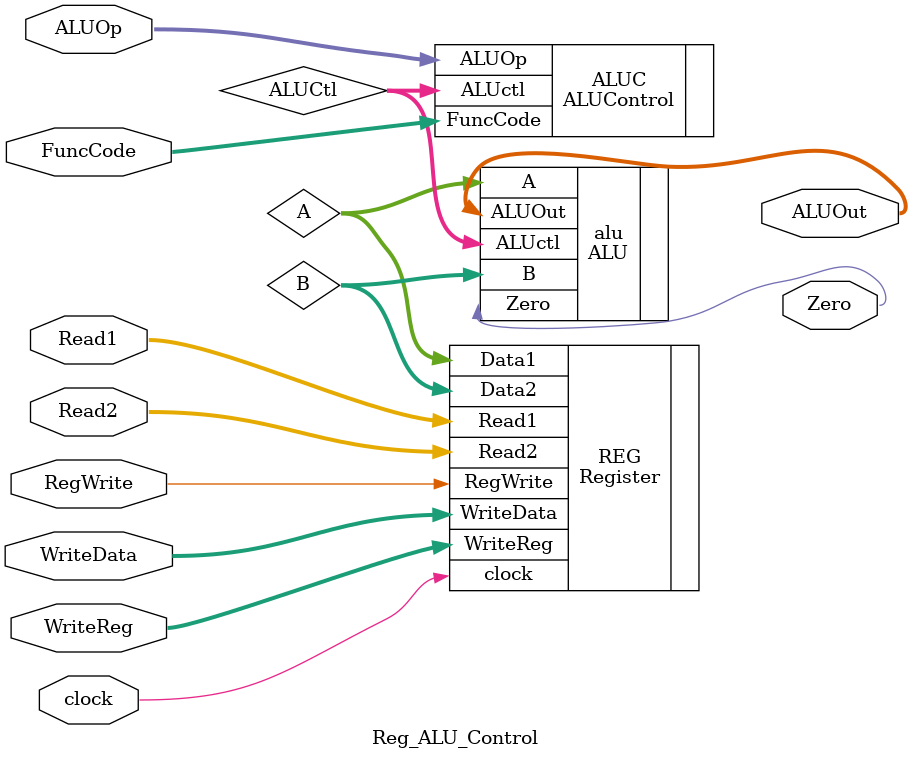
<source format=v>
`timescale 1ns / 1ps
module Reg_ALU_Control(ALUOp, FuncCode,ALUOut, Zero, Read1, Read2, 
WriteReg, WriteData, RegWrite, clock);
	 
	//Register
	input [4:0] Read1, Read2, WriteReg; 
	input [31:0] WriteData;
	input RegWrite,
		clock;
	
	//ALU
	wire [3:0] ALUCtl;
	wire [31:0] A,B;
	output[31:0] ALUOut;
	output Zero;
	
	//ALUControl
	input [1:0] ALUOp;
	input [5:0] FuncCode;
	
	 
	ALUControl ALUC (.ALUOp(ALUOp), .FuncCode(FuncCode), .ALUctl(ALUCtl)); 
	ALU alu (.ALUctl(ALUCtl), .A(A), .B(B), .ALUOut(ALUOut), .Zero(Zero)); 
	Register REG (.Read1(Read1), .Read2(Read2), .WriteReg(WriteReg), .WriteData(WriteData), .RegWrite(RegWrite), .Data1(A), .Data2(B), .clock(clock));

endmodule

</source>
